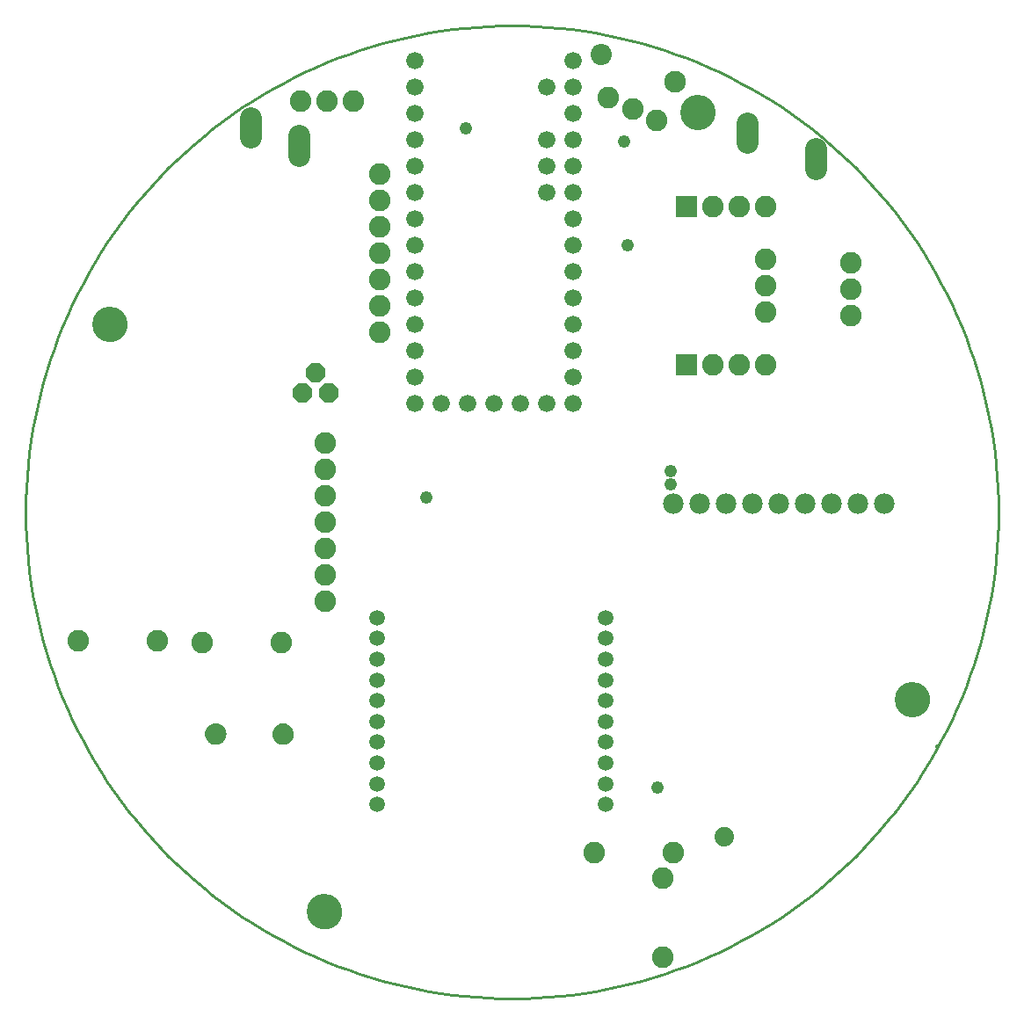
<source format=gbs>
G75*
%MOIN*%
%OFA0B0*%
%FSLAX25Y25*%
%IPPOS*%
%LPD*%
%AMOC8*
5,1,8,0,0,1.08239X$1,22.5*
%
%ADD10C,0.01000*%
%ADD11C,0.01600*%
%ADD12C,0.00000*%
%ADD13C,0.13398*%
%ADD14C,0.07800*%
%ADD15C,0.06600*%
%ADD16C,0.05950*%
%ADD17C,0.08200*%
%ADD18R,0.08200X0.08200*%
%ADD19C,0.07400*%
%ADD20C,0.00500*%
%ADD21C,0.08200*%
%ADD22OC8,0.07400*%
%ADD23C,0.08062*%
%ADD24C,0.08246*%
%ADD25C,0.04800*%
D10*
X0001500Y0185925D02*
X0001556Y0190451D01*
X0001722Y0194974D01*
X0002000Y0199492D01*
X0002388Y0204002D01*
X0002887Y0208501D01*
X0003496Y0212986D01*
X0004215Y0217455D01*
X0005044Y0221905D01*
X0005981Y0226333D01*
X0007027Y0230737D01*
X0008181Y0235114D01*
X0009441Y0239461D01*
X0010808Y0243776D01*
X0012281Y0248056D01*
X0013858Y0252299D01*
X0015539Y0256501D01*
X0017322Y0260662D01*
X0019207Y0264777D01*
X0021192Y0268845D01*
X0023277Y0272862D01*
X0025459Y0276828D01*
X0027738Y0280738D01*
X0030113Y0284592D01*
X0032581Y0288386D01*
X0035142Y0292118D01*
X0037793Y0295787D01*
X0040534Y0299389D01*
X0043363Y0302923D01*
X0046277Y0306386D01*
X0049275Y0309777D01*
X0052356Y0313094D01*
X0055517Y0316333D01*
X0058756Y0319494D01*
X0062073Y0322575D01*
X0065464Y0325573D01*
X0068927Y0328487D01*
X0072461Y0331316D01*
X0076063Y0334057D01*
X0079732Y0336708D01*
X0083464Y0339269D01*
X0087258Y0341737D01*
X0091112Y0344112D01*
X0095022Y0346391D01*
X0098988Y0348573D01*
X0103005Y0350658D01*
X0107073Y0352643D01*
X0111188Y0354528D01*
X0115349Y0356311D01*
X0119551Y0357992D01*
X0123794Y0359569D01*
X0128074Y0361042D01*
X0132389Y0362409D01*
X0136736Y0363669D01*
X0141113Y0364823D01*
X0145517Y0365869D01*
X0149945Y0366806D01*
X0154395Y0367635D01*
X0158864Y0368354D01*
X0163349Y0368963D01*
X0167848Y0369462D01*
X0172358Y0369850D01*
X0176876Y0370128D01*
X0181399Y0370294D01*
X0185925Y0370350D01*
X0190451Y0370294D01*
X0194974Y0370128D01*
X0199492Y0369850D01*
X0204002Y0369462D01*
X0208501Y0368963D01*
X0212986Y0368354D01*
X0217455Y0367635D01*
X0221905Y0366806D01*
X0226333Y0365869D01*
X0230737Y0364823D01*
X0235114Y0363669D01*
X0239461Y0362409D01*
X0243776Y0361042D01*
X0248056Y0359569D01*
X0252299Y0357992D01*
X0256501Y0356311D01*
X0260662Y0354528D01*
X0264777Y0352643D01*
X0268845Y0350658D01*
X0272862Y0348573D01*
X0276828Y0346391D01*
X0280738Y0344112D01*
X0284592Y0341737D01*
X0288386Y0339269D01*
X0292118Y0336708D01*
X0295787Y0334057D01*
X0299389Y0331316D01*
X0302923Y0328487D01*
X0306386Y0325573D01*
X0309777Y0322575D01*
X0313094Y0319494D01*
X0316333Y0316333D01*
X0319494Y0313094D01*
X0322575Y0309777D01*
X0325573Y0306386D01*
X0328487Y0302923D01*
X0331316Y0299389D01*
X0334057Y0295787D01*
X0336708Y0292118D01*
X0339269Y0288386D01*
X0341737Y0284592D01*
X0344112Y0280738D01*
X0346391Y0276828D01*
X0348573Y0272862D01*
X0350658Y0268845D01*
X0352643Y0264777D01*
X0354528Y0260662D01*
X0356311Y0256501D01*
X0357992Y0252299D01*
X0359569Y0248056D01*
X0361042Y0243776D01*
X0362409Y0239461D01*
X0363669Y0235114D01*
X0364823Y0230737D01*
X0365869Y0226333D01*
X0366806Y0221905D01*
X0367635Y0217455D01*
X0368354Y0212986D01*
X0368963Y0208501D01*
X0369462Y0204002D01*
X0369850Y0199492D01*
X0370128Y0194974D01*
X0370294Y0190451D01*
X0370350Y0185925D01*
X0370294Y0181399D01*
X0370128Y0176876D01*
X0369850Y0172358D01*
X0369462Y0167848D01*
X0368963Y0163349D01*
X0368354Y0158864D01*
X0367635Y0154395D01*
X0366806Y0149945D01*
X0365869Y0145517D01*
X0364823Y0141113D01*
X0363669Y0136736D01*
X0362409Y0132389D01*
X0361042Y0128074D01*
X0359569Y0123794D01*
X0357992Y0119551D01*
X0356311Y0115349D01*
X0354528Y0111188D01*
X0352643Y0107073D01*
X0350658Y0103005D01*
X0348573Y0098988D01*
X0346391Y0095022D01*
X0344112Y0091112D01*
X0341737Y0087258D01*
X0339269Y0083464D01*
X0336708Y0079732D01*
X0334057Y0076063D01*
X0331316Y0072461D01*
X0328487Y0068927D01*
X0325573Y0065464D01*
X0322575Y0062073D01*
X0319494Y0058756D01*
X0316333Y0055517D01*
X0313094Y0052356D01*
X0309777Y0049275D01*
X0306386Y0046277D01*
X0302923Y0043363D01*
X0299389Y0040534D01*
X0295787Y0037793D01*
X0292118Y0035142D01*
X0288386Y0032581D01*
X0284592Y0030113D01*
X0280738Y0027738D01*
X0276828Y0025459D01*
X0272862Y0023277D01*
X0268845Y0021192D01*
X0264777Y0019207D01*
X0260662Y0017322D01*
X0256501Y0015539D01*
X0252299Y0013858D01*
X0248056Y0012281D01*
X0243776Y0010808D01*
X0239461Y0009441D01*
X0235114Y0008181D01*
X0230737Y0007027D01*
X0226333Y0005981D01*
X0221905Y0005044D01*
X0217455Y0004215D01*
X0212986Y0003496D01*
X0208501Y0002887D01*
X0204002Y0002388D01*
X0199492Y0002000D01*
X0194974Y0001722D01*
X0190451Y0001556D01*
X0185925Y0001500D01*
X0181399Y0001556D01*
X0176876Y0001722D01*
X0172358Y0002000D01*
X0167848Y0002388D01*
X0163349Y0002887D01*
X0158864Y0003496D01*
X0154395Y0004215D01*
X0149945Y0005044D01*
X0145517Y0005981D01*
X0141113Y0007027D01*
X0136736Y0008181D01*
X0132389Y0009441D01*
X0128074Y0010808D01*
X0123794Y0012281D01*
X0119551Y0013858D01*
X0115349Y0015539D01*
X0111188Y0017322D01*
X0107073Y0019207D01*
X0103005Y0021192D01*
X0098988Y0023277D01*
X0095022Y0025459D01*
X0091112Y0027738D01*
X0087258Y0030113D01*
X0083464Y0032581D01*
X0079732Y0035142D01*
X0076063Y0037793D01*
X0072461Y0040534D01*
X0068927Y0043363D01*
X0065464Y0046277D01*
X0062073Y0049275D01*
X0058756Y0052356D01*
X0055517Y0055517D01*
X0052356Y0058756D01*
X0049275Y0062073D01*
X0046277Y0065464D01*
X0043363Y0068927D01*
X0040534Y0072461D01*
X0037793Y0076063D01*
X0035142Y0079732D01*
X0032581Y0083464D01*
X0030113Y0087258D01*
X0027738Y0091112D01*
X0025459Y0095022D01*
X0023277Y0098988D01*
X0021192Y0103005D01*
X0019207Y0107073D01*
X0017322Y0111188D01*
X0015539Y0115349D01*
X0013858Y0119551D01*
X0012281Y0123794D01*
X0010808Y0128074D01*
X0009441Y0132389D01*
X0008181Y0136736D01*
X0007027Y0141113D01*
X0005981Y0145517D01*
X0005044Y0149945D01*
X0004215Y0154395D01*
X0003496Y0158864D01*
X0002887Y0163349D01*
X0002388Y0167848D01*
X0002000Y0172358D01*
X0001722Y0176876D01*
X0001556Y0181399D01*
X0001500Y0185925D01*
D11*
X0347199Y0096927D02*
X0347241Y0097018D01*
D12*
X0331526Y0114825D02*
X0331528Y0114983D01*
X0331534Y0115141D01*
X0331544Y0115299D01*
X0331558Y0115457D01*
X0331576Y0115614D01*
X0331597Y0115771D01*
X0331623Y0115927D01*
X0331653Y0116083D01*
X0331686Y0116238D01*
X0331724Y0116391D01*
X0331765Y0116544D01*
X0331810Y0116696D01*
X0331859Y0116847D01*
X0331912Y0116996D01*
X0331968Y0117144D01*
X0332028Y0117290D01*
X0332092Y0117435D01*
X0332160Y0117578D01*
X0332231Y0117720D01*
X0332305Y0117860D01*
X0332383Y0117997D01*
X0332465Y0118133D01*
X0332549Y0118267D01*
X0332638Y0118398D01*
X0332729Y0118527D01*
X0332824Y0118654D01*
X0332921Y0118779D01*
X0333022Y0118901D01*
X0333126Y0119020D01*
X0333233Y0119137D01*
X0333343Y0119251D01*
X0333456Y0119362D01*
X0333571Y0119471D01*
X0333689Y0119576D01*
X0333810Y0119678D01*
X0333933Y0119778D01*
X0334059Y0119874D01*
X0334187Y0119967D01*
X0334317Y0120057D01*
X0334450Y0120143D01*
X0334585Y0120227D01*
X0334721Y0120306D01*
X0334860Y0120383D01*
X0335001Y0120455D01*
X0335143Y0120525D01*
X0335287Y0120590D01*
X0335433Y0120652D01*
X0335580Y0120710D01*
X0335729Y0120765D01*
X0335879Y0120816D01*
X0336030Y0120863D01*
X0336182Y0120906D01*
X0336335Y0120945D01*
X0336490Y0120981D01*
X0336645Y0121012D01*
X0336801Y0121040D01*
X0336957Y0121064D01*
X0337114Y0121084D01*
X0337272Y0121100D01*
X0337429Y0121112D01*
X0337588Y0121120D01*
X0337746Y0121124D01*
X0337904Y0121124D01*
X0338062Y0121120D01*
X0338221Y0121112D01*
X0338378Y0121100D01*
X0338536Y0121084D01*
X0338693Y0121064D01*
X0338849Y0121040D01*
X0339005Y0121012D01*
X0339160Y0120981D01*
X0339315Y0120945D01*
X0339468Y0120906D01*
X0339620Y0120863D01*
X0339771Y0120816D01*
X0339921Y0120765D01*
X0340070Y0120710D01*
X0340217Y0120652D01*
X0340363Y0120590D01*
X0340507Y0120525D01*
X0340649Y0120455D01*
X0340790Y0120383D01*
X0340929Y0120306D01*
X0341065Y0120227D01*
X0341200Y0120143D01*
X0341333Y0120057D01*
X0341463Y0119967D01*
X0341591Y0119874D01*
X0341717Y0119778D01*
X0341840Y0119678D01*
X0341961Y0119576D01*
X0342079Y0119471D01*
X0342194Y0119362D01*
X0342307Y0119251D01*
X0342417Y0119137D01*
X0342524Y0119020D01*
X0342628Y0118901D01*
X0342729Y0118779D01*
X0342826Y0118654D01*
X0342921Y0118527D01*
X0343012Y0118398D01*
X0343101Y0118267D01*
X0343185Y0118133D01*
X0343267Y0117997D01*
X0343345Y0117860D01*
X0343419Y0117720D01*
X0343490Y0117578D01*
X0343558Y0117435D01*
X0343622Y0117290D01*
X0343682Y0117144D01*
X0343738Y0116996D01*
X0343791Y0116847D01*
X0343840Y0116696D01*
X0343885Y0116544D01*
X0343926Y0116391D01*
X0343964Y0116238D01*
X0343997Y0116083D01*
X0344027Y0115927D01*
X0344053Y0115771D01*
X0344074Y0115614D01*
X0344092Y0115457D01*
X0344106Y0115299D01*
X0344116Y0115141D01*
X0344122Y0114983D01*
X0344124Y0114825D01*
X0344122Y0114667D01*
X0344116Y0114509D01*
X0344106Y0114351D01*
X0344092Y0114193D01*
X0344074Y0114036D01*
X0344053Y0113879D01*
X0344027Y0113723D01*
X0343997Y0113567D01*
X0343964Y0113412D01*
X0343926Y0113259D01*
X0343885Y0113106D01*
X0343840Y0112954D01*
X0343791Y0112803D01*
X0343738Y0112654D01*
X0343682Y0112506D01*
X0343622Y0112360D01*
X0343558Y0112215D01*
X0343490Y0112072D01*
X0343419Y0111930D01*
X0343345Y0111790D01*
X0343267Y0111653D01*
X0343185Y0111517D01*
X0343101Y0111383D01*
X0343012Y0111252D01*
X0342921Y0111123D01*
X0342826Y0110996D01*
X0342729Y0110871D01*
X0342628Y0110749D01*
X0342524Y0110630D01*
X0342417Y0110513D01*
X0342307Y0110399D01*
X0342194Y0110288D01*
X0342079Y0110179D01*
X0341961Y0110074D01*
X0341840Y0109972D01*
X0341717Y0109872D01*
X0341591Y0109776D01*
X0341463Y0109683D01*
X0341333Y0109593D01*
X0341200Y0109507D01*
X0341065Y0109423D01*
X0340929Y0109344D01*
X0340790Y0109267D01*
X0340649Y0109195D01*
X0340507Y0109125D01*
X0340363Y0109060D01*
X0340217Y0108998D01*
X0340070Y0108940D01*
X0339921Y0108885D01*
X0339771Y0108834D01*
X0339620Y0108787D01*
X0339468Y0108744D01*
X0339315Y0108705D01*
X0339160Y0108669D01*
X0339005Y0108638D01*
X0338849Y0108610D01*
X0338693Y0108586D01*
X0338536Y0108566D01*
X0338378Y0108550D01*
X0338221Y0108538D01*
X0338062Y0108530D01*
X0337904Y0108526D01*
X0337746Y0108526D01*
X0337588Y0108530D01*
X0337429Y0108538D01*
X0337272Y0108550D01*
X0337114Y0108566D01*
X0336957Y0108586D01*
X0336801Y0108610D01*
X0336645Y0108638D01*
X0336490Y0108669D01*
X0336335Y0108705D01*
X0336182Y0108744D01*
X0336030Y0108787D01*
X0335879Y0108834D01*
X0335729Y0108885D01*
X0335580Y0108940D01*
X0335433Y0108998D01*
X0335287Y0109060D01*
X0335143Y0109125D01*
X0335001Y0109195D01*
X0334860Y0109267D01*
X0334721Y0109344D01*
X0334585Y0109423D01*
X0334450Y0109507D01*
X0334317Y0109593D01*
X0334187Y0109683D01*
X0334059Y0109776D01*
X0333933Y0109872D01*
X0333810Y0109972D01*
X0333689Y0110074D01*
X0333571Y0110179D01*
X0333456Y0110288D01*
X0333343Y0110399D01*
X0333233Y0110513D01*
X0333126Y0110630D01*
X0333022Y0110749D01*
X0332921Y0110871D01*
X0332824Y0110996D01*
X0332729Y0111123D01*
X0332638Y0111252D01*
X0332549Y0111383D01*
X0332465Y0111517D01*
X0332383Y0111653D01*
X0332305Y0111790D01*
X0332231Y0111930D01*
X0332160Y0112072D01*
X0332092Y0112215D01*
X0332028Y0112360D01*
X0331968Y0112506D01*
X0331912Y0112654D01*
X0331859Y0112803D01*
X0331810Y0112954D01*
X0331765Y0113106D01*
X0331724Y0113259D01*
X0331686Y0113412D01*
X0331653Y0113567D01*
X0331623Y0113723D01*
X0331597Y0113879D01*
X0331576Y0114036D01*
X0331558Y0114193D01*
X0331544Y0114351D01*
X0331534Y0114509D01*
X0331528Y0114667D01*
X0331526Y0114825D01*
X0108526Y0034325D02*
X0108528Y0034483D01*
X0108534Y0034641D01*
X0108544Y0034799D01*
X0108558Y0034957D01*
X0108576Y0035114D01*
X0108597Y0035271D01*
X0108623Y0035427D01*
X0108653Y0035583D01*
X0108686Y0035738D01*
X0108724Y0035891D01*
X0108765Y0036044D01*
X0108810Y0036196D01*
X0108859Y0036347D01*
X0108912Y0036496D01*
X0108968Y0036644D01*
X0109028Y0036790D01*
X0109092Y0036935D01*
X0109160Y0037078D01*
X0109231Y0037220D01*
X0109305Y0037360D01*
X0109383Y0037497D01*
X0109465Y0037633D01*
X0109549Y0037767D01*
X0109638Y0037898D01*
X0109729Y0038027D01*
X0109824Y0038154D01*
X0109921Y0038279D01*
X0110022Y0038401D01*
X0110126Y0038520D01*
X0110233Y0038637D01*
X0110343Y0038751D01*
X0110456Y0038862D01*
X0110571Y0038971D01*
X0110689Y0039076D01*
X0110810Y0039178D01*
X0110933Y0039278D01*
X0111059Y0039374D01*
X0111187Y0039467D01*
X0111317Y0039557D01*
X0111450Y0039643D01*
X0111585Y0039727D01*
X0111721Y0039806D01*
X0111860Y0039883D01*
X0112001Y0039955D01*
X0112143Y0040025D01*
X0112287Y0040090D01*
X0112433Y0040152D01*
X0112580Y0040210D01*
X0112729Y0040265D01*
X0112879Y0040316D01*
X0113030Y0040363D01*
X0113182Y0040406D01*
X0113335Y0040445D01*
X0113490Y0040481D01*
X0113645Y0040512D01*
X0113801Y0040540D01*
X0113957Y0040564D01*
X0114114Y0040584D01*
X0114272Y0040600D01*
X0114429Y0040612D01*
X0114588Y0040620D01*
X0114746Y0040624D01*
X0114904Y0040624D01*
X0115062Y0040620D01*
X0115221Y0040612D01*
X0115378Y0040600D01*
X0115536Y0040584D01*
X0115693Y0040564D01*
X0115849Y0040540D01*
X0116005Y0040512D01*
X0116160Y0040481D01*
X0116315Y0040445D01*
X0116468Y0040406D01*
X0116620Y0040363D01*
X0116771Y0040316D01*
X0116921Y0040265D01*
X0117070Y0040210D01*
X0117217Y0040152D01*
X0117363Y0040090D01*
X0117507Y0040025D01*
X0117649Y0039955D01*
X0117790Y0039883D01*
X0117929Y0039806D01*
X0118065Y0039727D01*
X0118200Y0039643D01*
X0118333Y0039557D01*
X0118463Y0039467D01*
X0118591Y0039374D01*
X0118717Y0039278D01*
X0118840Y0039178D01*
X0118961Y0039076D01*
X0119079Y0038971D01*
X0119194Y0038862D01*
X0119307Y0038751D01*
X0119417Y0038637D01*
X0119524Y0038520D01*
X0119628Y0038401D01*
X0119729Y0038279D01*
X0119826Y0038154D01*
X0119921Y0038027D01*
X0120012Y0037898D01*
X0120101Y0037767D01*
X0120185Y0037633D01*
X0120267Y0037497D01*
X0120345Y0037360D01*
X0120419Y0037220D01*
X0120490Y0037078D01*
X0120558Y0036935D01*
X0120622Y0036790D01*
X0120682Y0036644D01*
X0120738Y0036496D01*
X0120791Y0036347D01*
X0120840Y0036196D01*
X0120885Y0036044D01*
X0120926Y0035891D01*
X0120964Y0035738D01*
X0120997Y0035583D01*
X0121027Y0035427D01*
X0121053Y0035271D01*
X0121074Y0035114D01*
X0121092Y0034957D01*
X0121106Y0034799D01*
X0121116Y0034641D01*
X0121122Y0034483D01*
X0121124Y0034325D01*
X0121122Y0034167D01*
X0121116Y0034009D01*
X0121106Y0033851D01*
X0121092Y0033693D01*
X0121074Y0033536D01*
X0121053Y0033379D01*
X0121027Y0033223D01*
X0120997Y0033067D01*
X0120964Y0032912D01*
X0120926Y0032759D01*
X0120885Y0032606D01*
X0120840Y0032454D01*
X0120791Y0032303D01*
X0120738Y0032154D01*
X0120682Y0032006D01*
X0120622Y0031860D01*
X0120558Y0031715D01*
X0120490Y0031572D01*
X0120419Y0031430D01*
X0120345Y0031290D01*
X0120267Y0031153D01*
X0120185Y0031017D01*
X0120101Y0030883D01*
X0120012Y0030752D01*
X0119921Y0030623D01*
X0119826Y0030496D01*
X0119729Y0030371D01*
X0119628Y0030249D01*
X0119524Y0030130D01*
X0119417Y0030013D01*
X0119307Y0029899D01*
X0119194Y0029788D01*
X0119079Y0029679D01*
X0118961Y0029574D01*
X0118840Y0029472D01*
X0118717Y0029372D01*
X0118591Y0029276D01*
X0118463Y0029183D01*
X0118333Y0029093D01*
X0118200Y0029007D01*
X0118065Y0028923D01*
X0117929Y0028844D01*
X0117790Y0028767D01*
X0117649Y0028695D01*
X0117507Y0028625D01*
X0117363Y0028560D01*
X0117217Y0028498D01*
X0117070Y0028440D01*
X0116921Y0028385D01*
X0116771Y0028334D01*
X0116620Y0028287D01*
X0116468Y0028244D01*
X0116315Y0028205D01*
X0116160Y0028169D01*
X0116005Y0028138D01*
X0115849Y0028110D01*
X0115693Y0028086D01*
X0115536Y0028066D01*
X0115378Y0028050D01*
X0115221Y0028038D01*
X0115062Y0028030D01*
X0114904Y0028026D01*
X0114746Y0028026D01*
X0114588Y0028030D01*
X0114429Y0028038D01*
X0114272Y0028050D01*
X0114114Y0028066D01*
X0113957Y0028086D01*
X0113801Y0028110D01*
X0113645Y0028138D01*
X0113490Y0028169D01*
X0113335Y0028205D01*
X0113182Y0028244D01*
X0113030Y0028287D01*
X0112879Y0028334D01*
X0112729Y0028385D01*
X0112580Y0028440D01*
X0112433Y0028498D01*
X0112287Y0028560D01*
X0112143Y0028625D01*
X0112001Y0028695D01*
X0111860Y0028767D01*
X0111721Y0028844D01*
X0111585Y0028923D01*
X0111450Y0029007D01*
X0111317Y0029093D01*
X0111187Y0029183D01*
X0111059Y0029276D01*
X0110933Y0029372D01*
X0110810Y0029472D01*
X0110689Y0029574D01*
X0110571Y0029679D01*
X0110456Y0029788D01*
X0110343Y0029899D01*
X0110233Y0030013D01*
X0110126Y0030130D01*
X0110022Y0030249D01*
X0109921Y0030371D01*
X0109824Y0030496D01*
X0109729Y0030623D01*
X0109638Y0030752D01*
X0109549Y0030883D01*
X0109465Y0031017D01*
X0109383Y0031153D01*
X0109305Y0031290D01*
X0109231Y0031430D01*
X0109160Y0031572D01*
X0109092Y0031715D01*
X0109028Y0031860D01*
X0108968Y0032006D01*
X0108912Y0032154D01*
X0108859Y0032303D01*
X0108810Y0032454D01*
X0108765Y0032606D01*
X0108724Y0032759D01*
X0108686Y0032912D01*
X0108653Y0033067D01*
X0108623Y0033223D01*
X0108597Y0033379D01*
X0108576Y0033536D01*
X0108558Y0033693D01*
X0108544Y0033851D01*
X0108534Y0034009D01*
X0108528Y0034167D01*
X0108526Y0034325D01*
X0027126Y0257025D02*
X0027128Y0257183D01*
X0027134Y0257341D01*
X0027144Y0257499D01*
X0027158Y0257657D01*
X0027176Y0257814D01*
X0027197Y0257971D01*
X0027223Y0258127D01*
X0027253Y0258283D01*
X0027286Y0258438D01*
X0027324Y0258591D01*
X0027365Y0258744D01*
X0027410Y0258896D01*
X0027459Y0259047D01*
X0027512Y0259196D01*
X0027568Y0259344D01*
X0027628Y0259490D01*
X0027692Y0259635D01*
X0027760Y0259778D01*
X0027831Y0259920D01*
X0027905Y0260060D01*
X0027983Y0260197D01*
X0028065Y0260333D01*
X0028149Y0260467D01*
X0028238Y0260598D01*
X0028329Y0260727D01*
X0028424Y0260854D01*
X0028521Y0260979D01*
X0028622Y0261101D01*
X0028726Y0261220D01*
X0028833Y0261337D01*
X0028943Y0261451D01*
X0029056Y0261562D01*
X0029171Y0261671D01*
X0029289Y0261776D01*
X0029410Y0261878D01*
X0029533Y0261978D01*
X0029659Y0262074D01*
X0029787Y0262167D01*
X0029917Y0262257D01*
X0030050Y0262343D01*
X0030185Y0262427D01*
X0030321Y0262506D01*
X0030460Y0262583D01*
X0030601Y0262655D01*
X0030743Y0262725D01*
X0030887Y0262790D01*
X0031033Y0262852D01*
X0031180Y0262910D01*
X0031329Y0262965D01*
X0031479Y0263016D01*
X0031630Y0263063D01*
X0031782Y0263106D01*
X0031935Y0263145D01*
X0032090Y0263181D01*
X0032245Y0263212D01*
X0032401Y0263240D01*
X0032557Y0263264D01*
X0032714Y0263284D01*
X0032872Y0263300D01*
X0033029Y0263312D01*
X0033188Y0263320D01*
X0033346Y0263324D01*
X0033504Y0263324D01*
X0033662Y0263320D01*
X0033821Y0263312D01*
X0033978Y0263300D01*
X0034136Y0263284D01*
X0034293Y0263264D01*
X0034449Y0263240D01*
X0034605Y0263212D01*
X0034760Y0263181D01*
X0034915Y0263145D01*
X0035068Y0263106D01*
X0035220Y0263063D01*
X0035371Y0263016D01*
X0035521Y0262965D01*
X0035670Y0262910D01*
X0035817Y0262852D01*
X0035963Y0262790D01*
X0036107Y0262725D01*
X0036249Y0262655D01*
X0036390Y0262583D01*
X0036529Y0262506D01*
X0036665Y0262427D01*
X0036800Y0262343D01*
X0036933Y0262257D01*
X0037063Y0262167D01*
X0037191Y0262074D01*
X0037317Y0261978D01*
X0037440Y0261878D01*
X0037561Y0261776D01*
X0037679Y0261671D01*
X0037794Y0261562D01*
X0037907Y0261451D01*
X0038017Y0261337D01*
X0038124Y0261220D01*
X0038228Y0261101D01*
X0038329Y0260979D01*
X0038426Y0260854D01*
X0038521Y0260727D01*
X0038612Y0260598D01*
X0038701Y0260467D01*
X0038785Y0260333D01*
X0038867Y0260197D01*
X0038945Y0260060D01*
X0039019Y0259920D01*
X0039090Y0259778D01*
X0039158Y0259635D01*
X0039222Y0259490D01*
X0039282Y0259344D01*
X0039338Y0259196D01*
X0039391Y0259047D01*
X0039440Y0258896D01*
X0039485Y0258744D01*
X0039526Y0258591D01*
X0039564Y0258438D01*
X0039597Y0258283D01*
X0039627Y0258127D01*
X0039653Y0257971D01*
X0039674Y0257814D01*
X0039692Y0257657D01*
X0039706Y0257499D01*
X0039716Y0257341D01*
X0039722Y0257183D01*
X0039724Y0257025D01*
X0039722Y0256867D01*
X0039716Y0256709D01*
X0039706Y0256551D01*
X0039692Y0256393D01*
X0039674Y0256236D01*
X0039653Y0256079D01*
X0039627Y0255923D01*
X0039597Y0255767D01*
X0039564Y0255612D01*
X0039526Y0255459D01*
X0039485Y0255306D01*
X0039440Y0255154D01*
X0039391Y0255003D01*
X0039338Y0254854D01*
X0039282Y0254706D01*
X0039222Y0254560D01*
X0039158Y0254415D01*
X0039090Y0254272D01*
X0039019Y0254130D01*
X0038945Y0253990D01*
X0038867Y0253853D01*
X0038785Y0253717D01*
X0038701Y0253583D01*
X0038612Y0253452D01*
X0038521Y0253323D01*
X0038426Y0253196D01*
X0038329Y0253071D01*
X0038228Y0252949D01*
X0038124Y0252830D01*
X0038017Y0252713D01*
X0037907Y0252599D01*
X0037794Y0252488D01*
X0037679Y0252379D01*
X0037561Y0252274D01*
X0037440Y0252172D01*
X0037317Y0252072D01*
X0037191Y0251976D01*
X0037063Y0251883D01*
X0036933Y0251793D01*
X0036800Y0251707D01*
X0036665Y0251623D01*
X0036529Y0251544D01*
X0036390Y0251467D01*
X0036249Y0251395D01*
X0036107Y0251325D01*
X0035963Y0251260D01*
X0035817Y0251198D01*
X0035670Y0251140D01*
X0035521Y0251085D01*
X0035371Y0251034D01*
X0035220Y0250987D01*
X0035068Y0250944D01*
X0034915Y0250905D01*
X0034760Y0250869D01*
X0034605Y0250838D01*
X0034449Y0250810D01*
X0034293Y0250786D01*
X0034136Y0250766D01*
X0033978Y0250750D01*
X0033821Y0250738D01*
X0033662Y0250730D01*
X0033504Y0250726D01*
X0033346Y0250726D01*
X0033188Y0250730D01*
X0033029Y0250738D01*
X0032872Y0250750D01*
X0032714Y0250766D01*
X0032557Y0250786D01*
X0032401Y0250810D01*
X0032245Y0250838D01*
X0032090Y0250869D01*
X0031935Y0250905D01*
X0031782Y0250944D01*
X0031630Y0250987D01*
X0031479Y0251034D01*
X0031329Y0251085D01*
X0031180Y0251140D01*
X0031033Y0251198D01*
X0030887Y0251260D01*
X0030743Y0251325D01*
X0030601Y0251395D01*
X0030460Y0251467D01*
X0030321Y0251544D01*
X0030185Y0251623D01*
X0030050Y0251707D01*
X0029917Y0251793D01*
X0029787Y0251883D01*
X0029659Y0251976D01*
X0029533Y0252072D01*
X0029410Y0252172D01*
X0029289Y0252274D01*
X0029171Y0252379D01*
X0029056Y0252488D01*
X0028943Y0252599D01*
X0028833Y0252713D01*
X0028726Y0252830D01*
X0028622Y0252949D01*
X0028521Y0253071D01*
X0028424Y0253196D01*
X0028329Y0253323D01*
X0028238Y0253452D01*
X0028149Y0253583D01*
X0028065Y0253717D01*
X0027983Y0253853D01*
X0027905Y0253990D01*
X0027831Y0254130D01*
X0027760Y0254272D01*
X0027692Y0254415D01*
X0027628Y0254560D01*
X0027568Y0254706D01*
X0027512Y0254854D01*
X0027459Y0255003D01*
X0027410Y0255154D01*
X0027365Y0255306D01*
X0027324Y0255459D01*
X0027286Y0255612D01*
X0027253Y0255767D01*
X0027223Y0255923D01*
X0027197Y0256079D01*
X0027176Y0256236D01*
X0027158Y0256393D01*
X0027144Y0256551D01*
X0027134Y0256709D01*
X0027128Y0256867D01*
X0027126Y0257025D01*
X0250126Y0337525D02*
X0250128Y0337683D01*
X0250134Y0337841D01*
X0250144Y0337999D01*
X0250158Y0338157D01*
X0250176Y0338314D01*
X0250197Y0338471D01*
X0250223Y0338627D01*
X0250253Y0338783D01*
X0250286Y0338938D01*
X0250324Y0339091D01*
X0250365Y0339244D01*
X0250410Y0339396D01*
X0250459Y0339547D01*
X0250512Y0339696D01*
X0250568Y0339844D01*
X0250628Y0339990D01*
X0250692Y0340135D01*
X0250760Y0340278D01*
X0250831Y0340420D01*
X0250905Y0340560D01*
X0250983Y0340697D01*
X0251065Y0340833D01*
X0251149Y0340967D01*
X0251238Y0341098D01*
X0251329Y0341227D01*
X0251424Y0341354D01*
X0251521Y0341479D01*
X0251622Y0341601D01*
X0251726Y0341720D01*
X0251833Y0341837D01*
X0251943Y0341951D01*
X0252056Y0342062D01*
X0252171Y0342171D01*
X0252289Y0342276D01*
X0252410Y0342378D01*
X0252533Y0342478D01*
X0252659Y0342574D01*
X0252787Y0342667D01*
X0252917Y0342757D01*
X0253050Y0342843D01*
X0253185Y0342927D01*
X0253321Y0343006D01*
X0253460Y0343083D01*
X0253601Y0343155D01*
X0253743Y0343225D01*
X0253887Y0343290D01*
X0254033Y0343352D01*
X0254180Y0343410D01*
X0254329Y0343465D01*
X0254479Y0343516D01*
X0254630Y0343563D01*
X0254782Y0343606D01*
X0254935Y0343645D01*
X0255090Y0343681D01*
X0255245Y0343712D01*
X0255401Y0343740D01*
X0255557Y0343764D01*
X0255714Y0343784D01*
X0255872Y0343800D01*
X0256029Y0343812D01*
X0256188Y0343820D01*
X0256346Y0343824D01*
X0256504Y0343824D01*
X0256662Y0343820D01*
X0256821Y0343812D01*
X0256978Y0343800D01*
X0257136Y0343784D01*
X0257293Y0343764D01*
X0257449Y0343740D01*
X0257605Y0343712D01*
X0257760Y0343681D01*
X0257915Y0343645D01*
X0258068Y0343606D01*
X0258220Y0343563D01*
X0258371Y0343516D01*
X0258521Y0343465D01*
X0258670Y0343410D01*
X0258817Y0343352D01*
X0258963Y0343290D01*
X0259107Y0343225D01*
X0259249Y0343155D01*
X0259390Y0343083D01*
X0259529Y0343006D01*
X0259665Y0342927D01*
X0259800Y0342843D01*
X0259933Y0342757D01*
X0260063Y0342667D01*
X0260191Y0342574D01*
X0260317Y0342478D01*
X0260440Y0342378D01*
X0260561Y0342276D01*
X0260679Y0342171D01*
X0260794Y0342062D01*
X0260907Y0341951D01*
X0261017Y0341837D01*
X0261124Y0341720D01*
X0261228Y0341601D01*
X0261329Y0341479D01*
X0261426Y0341354D01*
X0261521Y0341227D01*
X0261612Y0341098D01*
X0261701Y0340967D01*
X0261785Y0340833D01*
X0261867Y0340697D01*
X0261945Y0340560D01*
X0262019Y0340420D01*
X0262090Y0340278D01*
X0262158Y0340135D01*
X0262222Y0339990D01*
X0262282Y0339844D01*
X0262338Y0339696D01*
X0262391Y0339547D01*
X0262440Y0339396D01*
X0262485Y0339244D01*
X0262526Y0339091D01*
X0262564Y0338938D01*
X0262597Y0338783D01*
X0262627Y0338627D01*
X0262653Y0338471D01*
X0262674Y0338314D01*
X0262692Y0338157D01*
X0262706Y0337999D01*
X0262716Y0337841D01*
X0262722Y0337683D01*
X0262724Y0337525D01*
X0262722Y0337367D01*
X0262716Y0337209D01*
X0262706Y0337051D01*
X0262692Y0336893D01*
X0262674Y0336736D01*
X0262653Y0336579D01*
X0262627Y0336423D01*
X0262597Y0336267D01*
X0262564Y0336112D01*
X0262526Y0335959D01*
X0262485Y0335806D01*
X0262440Y0335654D01*
X0262391Y0335503D01*
X0262338Y0335354D01*
X0262282Y0335206D01*
X0262222Y0335060D01*
X0262158Y0334915D01*
X0262090Y0334772D01*
X0262019Y0334630D01*
X0261945Y0334490D01*
X0261867Y0334353D01*
X0261785Y0334217D01*
X0261701Y0334083D01*
X0261612Y0333952D01*
X0261521Y0333823D01*
X0261426Y0333696D01*
X0261329Y0333571D01*
X0261228Y0333449D01*
X0261124Y0333330D01*
X0261017Y0333213D01*
X0260907Y0333099D01*
X0260794Y0332988D01*
X0260679Y0332879D01*
X0260561Y0332774D01*
X0260440Y0332672D01*
X0260317Y0332572D01*
X0260191Y0332476D01*
X0260063Y0332383D01*
X0259933Y0332293D01*
X0259800Y0332207D01*
X0259665Y0332123D01*
X0259529Y0332044D01*
X0259390Y0331967D01*
X0259249Y0331895D01*
X0259107Y0331825D01*
X0258963Y0331760D01*
X0258817Y0331698D01*
X0258670Y0331640D01*
X0258521Y0331585D01*
X0258371Y0331534D01*
X0258220Y0331487D01*
X0258068Y0331444D01*
X0257915Y0331405D01*
X0257760Y0331369D01*
X0257605Y0331338D01*
X0257449Y0331310D01*
X0257293Y0331286D01*
X0257136Y0331266D01*
X0256978Y0331250D01*
X0256821Y0331238D01*
X0256662Y0331230D01*
X0256504Y0331226D01*
X0256346Y0331226D01*
X0256188Y0331230D01*
X0256029Y0331238D01*
X0255872Y0331250D01*
X0255714Y0331266D01*
X0255557Y0331286D01*
X0255401Y0331310D01*
X0255245Y0331338D01*
X0255090Y0331369D01*
X0254935Y0331405D01*
X0254782Y0331444D01*
X0254630Y0331487D01*
X0254479Y0331534D01*
X0254329Y0331585D01*
X0254180Y0331640D01*
X0254033Y0331698D01*
X0253887Y0331760D01*
X0253743Y0331825D01*
X0253601Y0331895D01*
X0253460Y0331967D01*
X0253321Y0332044D01*
X0253185Y0332123D01*
X0253050Y0332207D01*
X0252917Y0332293D01*
X0252787Y0332383D01*
X0252659Y0332476D01*
X0252533Y0332572D01*
X0252410Y0332672D01*
X0252289Y0332774D01*
X0252171Y0332879D01*
X0252056Y0332988D01*
X0251943Y0333099D01*
X0251833Y0333213D01*
X0251726Y0333330D01*
X0251622Y0333449D01*
X0251521Y0333571D01*
X0251424Y0333696D01*
X0251329Y0333823D01*
X0251238Y0333952D01*
X0251149Y0334083D01*
X0251065Y0334217D01*
X0250983Y0334353D01*
X0250905Y0334490D01*
X0250831Y0334630D01*
X0250760Y0334772D01*
X0250692Y0334915D01*
X0250628Y0335060D01*
X0250568Y0335206D01*
X0250512Y0335354D01*
X0250459Y0335503D01*
X0250410Y0335654D01*
X0250365Y0335806D01*
X0250324Y0335959D01*
X0250286Y0336112D01*
X0250253Y0336267D01*
X0250223Y0336423D01*
X0250197Y0336579D01*
X0250176Y0336736D01*
X0250158Y0336893D01*
X0250144Y0337051D01*
X0250134Y0337209D01*
X0250128Y0337367D01*
X0250126Y0337525D01*
D13*
X0256425Y0337525D03*
X0033425Y0257025D03*
X0114825Y0034325D03*
X0337825Y0114825D03*
D14*
X0326925Y0188925D03*
X0316925Y0188925D03*
X0306925Y0188925D03*
X0296925Y0188925D03*
X0286925Y0188925D03*
X0276925Y0188925D03*
X0266925Y0188925D03*
X0256925Y0188925D03*
X0246925Y0188925D03*
D15*
X0209125Y0227225D03*
X0209125Y0237225D03*
X0209125Y0247225D03*
X0209125Y0257225D03*
X0209125Y0267225D03*
X0209125Y0277225D03*
X0209125Y0287225D03*
X0209125Y0297225D03*
X0209125Y0307225D03*
X0199125Y0307225D03*
X0199125Y0317225D03*
X0199125Y0327225D03*
X0209125Y0327225D03*
X0209125Y0317225D03*
X0209125Y0337225D03*
X0209125Y0347225D03*
X0199125Y0347225D03*
X0209125Y0357225D03*
X0149125Y0357225D03*
X0149125Y0347225D03*
X0149125Y0337225D03*
X0149125Y0327225D03*
X0149125Y0317225D03*
X0149125Y0307225D03*
X0149125Y0297225D03*
X0149125Y0287225D03*
X0149125Y0277225D03*
X0149125Y0267225D03*
X0149125Y0257225D03*
X0149125Y0247225D03*
X0149125Y0237225D03*
X0149125Y0227225D03*
X0159125Y0227225D03*
X0169125Y0227225D03*
X0179125Y0227225D03*
X0189125Y0227225D03*
X0199125Y0227225D03*
D16*
X0221432Y0145858D03*
X0221432Y0137984D03*
X0221432Y0130110D03*
X0221432Y0122236D03*
X0221432Y0114362D03*
X0221432Y0106488D03*
X0221432Y0098614D03*
X0221432Y0090740D03*
X0221432Y0082866D03*
X0221432Y0074992D03*
X0134818Y0074992D03*
X0134818Y0082866D03*
X0134818Y0090740D03*
X0134818Y0098614D03*
X0134818Y0106488D03*
X0134818Y0114362D03*
X0134818Y0122236D03*
X0134818Y0130110D03*
X0134818Y0137984D03*
X0134818Y0145858D03*
D17*
X0115025Y0152025D03*
X0115025Y0162025D03*
X0115025Y0172025D03*
X0115025Y0182025D03*
X0115025Y0192025D03*
X0115025Y0202025D03*
X0115025Y0212025D03*
X0135825Y0254025D03*
X0135825Y0264025D03*
X0135825Y0274025D03*
X0135825Y0284025D03*
X0135825Y0294025D03*
X0135825Y0304025D03*
X0135825Y0314025D03*
X0125825Y0341725D03*
X0115825Y0341725D03*
X0105825Y0341725D03*
X0222525Y0342925D03*
X0231588Y0338699D03*
X0240652Y0334473D03*
X0262025Y0301625D03*
X0272025Y0301625D03*
X0282025Y0301625D03*
X0282025Y0281625D03*
X0282025Y0271625D03*
X0282025Y0261625D03*
X0282025Y0241625D03*
X0272025Y0241625D03*
X0262025Y0241625D03*
X0314525Y0260425D03*
X0314525Y0270425D03*
X0314525Y0280425D03*
X0098525Y0136425D03*
X0068525Y0136425D03*
X0051325Y0137025D03*
X0021325Y0137025D03*
X0216925Y0056725D03*
X0243225Y0047225D03*
X0246925Y0056725D03*
X0243225Y0017225D03*
D18*
X0252025Y0241625D03*
X0252025Y0301625D03*
D19*
X0266525Y0062625D03*
D20*
X0075809Y0098787D02*
X0071252Y0098787D01*
X0071099Y0098898D02*
X0070638Y0099373D01*
X0070266Y0099920D01*
X0069995Y0100524D01*
X0069833Y0101166D01*
X0069785Y0101825D01*
X0069864Y0102545D01*
X0070081Y0103235D01*
X0070429Y0103869D01*
X0070894Y0104423D01*
X0071458Y0104876D01*
X0072100Y0105210D01*
X0072795Y0105412D01*
X0073516Y0105475D01*
X0074240Y0105414D01*
X0074939Y0105212D01*
X0075585Y0104878D01*
X0076153Y0104424D01*
X0076622Y0103868D01*
X0076974Y0103231D01*
X0077194Y0102538D01*
X0077275Y0101815D01*
X0077225Y0101155D01*
X0077062Y0100514D01*
X0076789Y0099912D01*
X0076416Y0099365D01*
X0075954Y0098892D01*
X0075417Y0098506D01*
X0074821Y0098219D01*
X0074184Y0098040D01*
X0073525Y0097975D01*
X0072867Y0098042D01*
X0072231Y0098223D01*
X0071635Y0098511D01*
X0071099Y0098898D01*
X0070722Y0099286D02*
X0076339Y0099286D01*
X0076703Y0099784D02*
X0070358Y0099784D01*
X0070103Y0100283D02*
X0076957Y0100283D01*
X0077130Y0100781D02*
X0069930Y0100781D01*
X0069825Y0101280D02*
X0077235Y0101280D01*
X0077272Y0101778D02*
X0069789Y0101778D01*
X0069835Y0102277D02*
X0077223Y0102277D01*
X0077118Y0102775D02*
X0069937Y0102775D01*
X0070103Y0103274D02*
X0076950Y0103274D01*
X0076675Y0103773D02*
X0070376Y0103773D01*
X0070767Y0104271D02*
X0076282Y0104271D01*
X0075720Y0104770D02*
X0071326Y0104770D01*
X0072299Y0105268D02*
X0074745Y0105268D01*
X0074965Y0098289D02*
X0072094Y0098289D01*
X0095433Y0101166D02*
X0095385Y0101825D01*
X0095464Y0102545D01*
X0095681Y0103235D01*
X0096029Y0103869D01*
X0096494Y0104423D01*
X0097058Y0104876D01*
X0097700Y0105210D01*
X0098395Y0105412D01*
X0099116Y0105475D01*
X0099840Y0105414D01*
X0100539Y0105212D01*
X0101185Y0104878D01*
X0101753Y0104424D01*
X0102222Y0103868D01*
X0102574Y0103231D01*
X0102794Y0102538D01*
X0102875Y0101815D01*
X0102825Y0101155D01*
X0102662Y0100514D01*
X0102389Y0099912D01*
X0102016Y0099365D01*
X0101554Y0098892D01*
X0101017Y0098506D01*
X0100421Y0098219D01*
X0099784Y0098040D01*
X0099125Y0097975D01*
X0098467Y0098042D01*
X0097831Y0098223D01*
X0097235Y0098511D01*
X0096699Y0098898D01*
X0096238Y0099373D01*
X0095866Y0099920D01*
X0095595Y0100524D01*
X0095433Y0101166D01*
X0095425Y0101280D02*
X0102835Y0101280D01*
X0102872Y0101778D02*
X0095389Y0101778D01*
X0095435Y0102277D02*
X0102823Y0102277D01*
X0102718Y0102775D02*
X0095537Y0102775D01*
X0095703Y0103274D02*
X0102550Y0103274D01*
X0102275Y0103773D02*
X0095976Y0103773D01*
X0096367Y0104271D02*
X0101882Y0104271D01*
X0101320Y0104770D02*
X0096926Y0104770D01*
X0097899Y0105268D02*
X0100345Y0105268D01*
X0102730Y0100781D02*
X0095530Y0100781D01*
X0095703Y0100283D02*
X0102557Y0100283D01*
X0102303Y0099784D02*
X0095958Y0099784D01*
X0096322Y0099286D02*
X0101939Y0099286D01*
X0101409Y0098787D02*
X0096852Y0098787D01*
X0097694Y0098289D02*
X0100565Y0098289D01*
D21*
X0301125Y0316225D02*
X0301125Y0323625D01*
X0275025Y0325925D02*
X0275025Y0333325D01*
X0105125Y0328625D02*
X0105125Y0321225D01*
X0086725Y0328025D02*
X0086725Y0335425D01*
D22*
X0111525Y0238625D03*
X0106525Y0231125D03*
X0116525Y0231125D03*
D23*
X0219630Y0359356D03*
D24*
X0247821Y0349095D03*
D25*
X0228425Y0326525D03*
X0229675Y0287150D03*
X0168425Y0331525D03*
X0245925Y0201525D03*
X0245925Y0196525D03*
X0153425Y0191525D03*
X0240925Y0081525D03*
M02*

</source>
